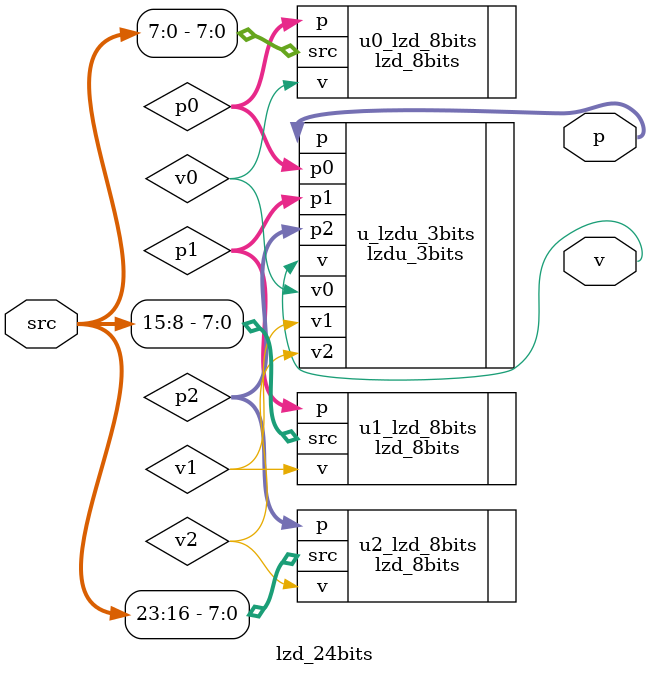
<source format=v>
module lzd_24bits(

    input   [23	:0]	src,
	output  [4	:0]	p  ,
	output  	    v
);

wire	[2:0]	p0, p1, p2;
wire			v0, v1, v2;

lzd_8bits u0_lzd_8bits(

    .src(src[7:0]	),
	.p  (p0			),
	.v  (v0			)
);

lzd_8bits u1_lzd_8bits(

    .src(src[15:8]	),
	.p  (p1			),
	.v  (v1			)
);

lzd_8bits u2_lzd_8bits(

    .src(src[23:16]	),
	.p  (p2			),
	.v  (v2			)
);

lzdu_3bits #(5) u_lzdu_3bits(

    .p0(p0	),
	.p1(p1	),
	.p2(p2	),
	.v0(v0	),
	.v1(v1	),
	.v2(v2	),
	.p (p	),
	.v (v	)
);

endmodule
</source>
